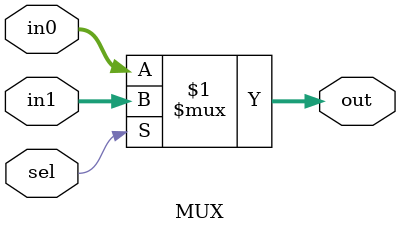
<source format=v>
module MUX (in0,in1,sel,out);
//Parameters
parameter WIDTH = 32;
//IO Ports
input [WIDTH-1:0] in0,in1;
input sel;
output [WIDTH-1:0] out;
//Functionality
assign out = (sel) ? in1 : in0 ;
endmodule
</source>
